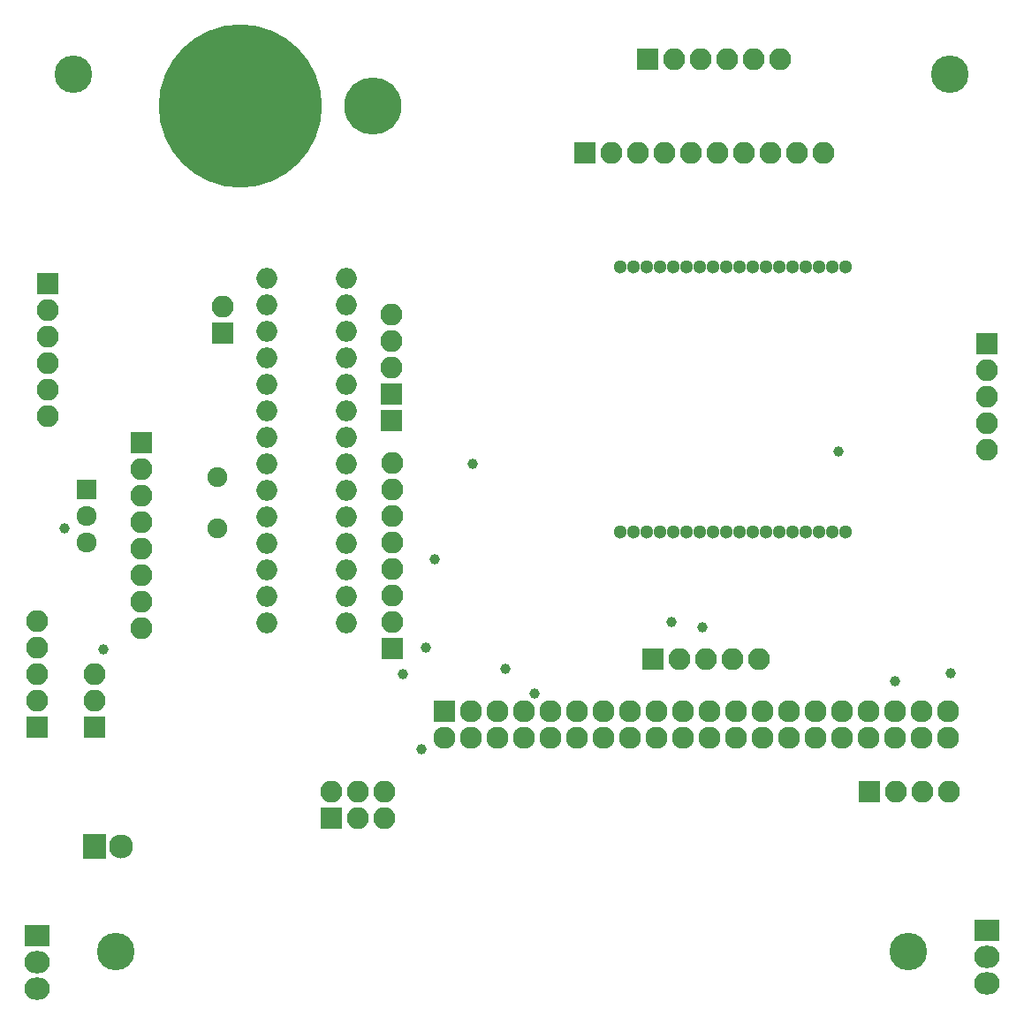
<source format=gbr>
G04 #@! TF.FileFunction,Soldermask,Bot*
%FSLAX46Y46*%
G04 Gerber Fmt 4.6, Leading zero omitted, Abs format (unit mm)*
G04 Created by KiCad (PCBNEW 4.0.6-e0-6349~53~ubuntu16.04.1) date Thu May 25 22:23:32 2017*
%MOMM*%
%LPD*%
G01*
G04 APERTURE LIST*
%ADD10C,0.150000*%
%ADD11C,3.600000*%
%ADD12C,1.300000*%
%ADD13R,2.127200X2.127200*%
%ADD14O,2.127200X2.127200*%
%ADD15R,2.432000X2.127200*%
%ADD16O,2.432000X2.127200*%
%ADD17C,1.901140*%
%ADD18O,2.000000X2.000000*%
%ADD19R,2.300000X2.400000*%
%ADD20C,2.300000*%
%ADD21R,2.100000X2.100000*%
%ADD22O,2.100000X2.100000*%
%ADD23C,15.640000*%
%ADD24C,5.480000*%
%ADD25C,1.920000*%
%ADD26R,1.920000X1.920000*%
%ADD27C,1.000000*%
G04 APERTURE END LIST*
D10*
D11*
X89000000Y-40500000D03*
X173000000Y-40500000D03*
X169000000Y-124500000D03*
D12*
X141365000Y-84350000D03*
X142635000Y-84350000D03*
X143905000Y-84350000D03*
X145175000Y-84350000D03*
X146445000Y-84350000D03*
X147715000Y-84350000D03*
X148985000Y-84350000D03*
X150255000Y-84350000D03*
X151525000Y-84350000D03*
X152795000Y-84350000D03*
X154065000Y-84350000D03*
X155335000Y-84350000D03*
X156605000Y-84350000D03*
X157875000Y-84350000D03*
X159145000Y-84350000D03*
X160415000Y-84350000D03*
X161685000Y-84350000D03*
X162955000Y-84350000D03*
X141365000Y-58950000D03*
X142635000Y-58950000D03*
X143905000Y-58950000D03*
X145175000Y-58950000D03*
X146445000Y-58950000D03*
X147715000Y-58950000D03*
X148985000Y-58950000D03*
X150255000Y-58950000D03*
X151525000Y-58950000D03*
X152795000Y-58950000D03*
X154065000Y-58950000D03*
X155335000Y-58950000D03*
X156605000Y-58950000D03*
X157875000Y-58950000D03*
X159145000Y-58950000D03*
X160415000Y-58950000D03*
X161685000Y-58950000D03*
X162955000Y-58950000D03*
D13*
X124500000Y-101500000D03*
D14*
X124500000Y-104040000D03*
X127040000Y-101500000D03*
X127040000Y-104040000D03*
X129580000Y-101500000D03*
X129580000Y-104040000D03*
X132120000Y-101500000D03*
X132120000Y-104040000D03*
X134660000Y-101500000D03*
X134660000Y-104040000D03*
X137200000Y-101500000D03*
X137200000Y-104040000D03*
X139740000Y-101500000D03*
X139740000Y-104040000D03*
X142280000Y-101500000D03*
X142280000Y-104040000D03*
X144820000Y-101500000D03*
X144820000Y-104040000D03*
X147360000Y-101500000D03*
X147360000Y-104040000D03*
X149900000Y-101500000D03*
X149900000Y-104040000D03*
X152440000Y-101500000D03*
X152440000Y-104040000D03*
X154980000Y-101500000D03*
X154980000Y-104040000D03*
X157520000Y-101500000D03*
X157520000Y-104040000D03*
X160060000Y-101500000D03*
X160060000Y-104040000D03*
X162600000Y-101500000D03*
X162600000Y-104040000D03*
X165140000Y-101500000D03*
X165140000Y-104040000D03*
X167680000Y-101500000D03*
X167680000Y-104040000D03*
X170220000Y-101500000D03*
X170220000Y-104040000D03*
X172760000Y-101500000D03*
X172760000Y-104040000D03*
D15*
X85500000Y-123000000D03*
D16*
X85500000Y-125540000D03*
X85500000Y-128080000D03*
D15*
X176500000Y-122500000D03*
D16*
X176500000Y-125040000D03*
X176500000Y-127580000D03*
D17*
X102750000Y-79059060D03*
X102750000Y-83940940D03*
D18*
X107500000Y-60000000D03*
X107500000Y-62540000D03*
X107500000Y-65080000D03*
X107500000Y-67620000D03*
X107500000Y-70160000D03*
X107500000Y-72700000D03*
X107500000Y-75240000D03*
X107500000Y-77780000D03*
X107500000Y-80320000D03*
X107500000Y-82860000D03*
X107500000Y-85400000D03*
X107500000Y-87940000D03*
X107500000Y-90480000D03*
X107500000Y-93020000D03*
X115120000Y-93020000D03*
X115120000Y-90480000D03*
X115120000Y-87940000D03*
X115120000Y-85400000D03*
X115120000Y-82860000D03*
X115120000Y-80320000D03*
X115120000Y-77780000D03*
X115120000Y-75240000D03*
X115120000Y-72700000D03*
X115120000Y-70160000D03*
X115120000Y-67620000D03*
X115120000Y-65080000D03*
X115120000Y-62540000D03*
X115120000Y-60000000D03*
D19*
X91000000Y-114500000D03*
D20*
X93540000Y-114500000D03*
D21*
X86500000Y-60500000D03*
D22*
X86500000Y-63040000D03*
X86500000Y-65580000D03*
X86500000Y-68120000D03*
X86500000Y-70660000D03*
X86500000Y-73200000D03*
D23*
X105000000Y-43500000D03*
D24*
X117700000Y-43500000D03*
D25*
X90250000Y-82790000D03*
X90250000Y-85330000D03*
D26*
X90250000Y-80250000D03*
D21*
X138000000Y-48000000D03*
D22*
X140540000Y-48000000D03*
X143080000Y-48000000D03*
X145620000Y-48000000D03*
X148160000Y-48000000D03*
X150700000Y-48000000D03*
X153240000Y-48000000D03*
X155780000Y-48000000D03*
X158320000Y-48000000D03*
X160860000Y-48000000D03*
D21*
X144000000Y-39000000D03*
D22*
X146540000Y-39000000D03*
X149080000Y-39000000D03*
X151620000Y-39000000D03*
X154160000Y-39000000D03*
X156700000Y-39000000D03*
D21*
X85500000Y-103000000D03*
D22*
X85500000Y-100460000D03*
X85500000Y-97920000D03*
X85500000Y-95380000D03*
X85500000Y-92840000D03*
D21*
X91000000Y-103000000D03*
D22*
X91000000Y-100460000D03*
X91000000Y-97920000D03*
D21*
X119495000Y-71120000D03*
D22*
X119495000Y-68580000D03*
X119495000Y-66040000D03*
X119495000Y-63500000D03*
D21*
X95500000Y-75750000D03*
D22*
X95500000Y-78290000D03*
X95500000Y-80830000D03*
X95500000Y-83370000D03*
X95500000Y-85910000D03*
X95500000Y-88450000D03*
X95500000Y-90990000D03*
X95500000Y-93530000D03*
D21*
X119500000Y-95500000D03*
D22*
X119500000Y-92960000D03*
X119500000Y-90420000D03*
X119500000Y-87880000D03*
X119500000Y-85340000D03*
X119500000Y-82800000D03*
X119500000Y-80260000D03*
X119500000Y-77720000D03*
D21*
X103250000Y-65250000D03*
D22*
X103250000Y-62710000D03*
D21*
X176500000Y-66250000D03*
D22*
X176500000Y-68790000D03*
X176500000Y-71330000D03*
X176500000Y-73870000D03*
X176500000Y-76410000D03*
D21*
X165250000Y-109250000D03*
D22*
X167790000Y-109250000D03*
X170330000Y-109250000D03*
X172870000Y-109250000D03*
D21*
X119495000Y-73660000D03*
X113665000Y-111760000D03*
D22*
X113665000Y-109220000D03*
X116205000Y-111760000D03*
X116205000Y-109220000D03*
X118745000Y-111760000D03*
X118745000Y-109220000D03*
D21*
X144500000Y-96500000D03*
D22*
X147040000Y-96500000D03*
X149580000Y-96500000D03*
X152120000Y-96500000D03*
X154660000Y-96500000D03*
D11*
X93000000Y-124500000D03*
D27*
X120561500Y-97962900D03*
X162277500Y-76632500D03*
X149295700Y-93458600D03*
X146329600Y-92916600D03*
X127214800Y-77837000D03*
X123633000Y-86919900D03*
X88142100Y-83972800D03*
X173042500Y-97851700D03*
X167724800Y-98630200D03*
X130415400Y-97442600D03*
X133158900Y-99826000D03*
X122740000Y-95419000D03*
X91828500Y-95560200D03*
X122366300Y-105149900D03*
M02*

</source>
